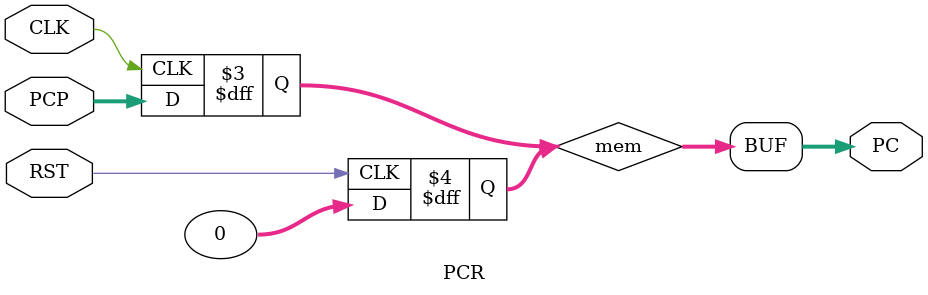
<source format=v>
module PCR( input CLK,
            input RST,
            input [31:0] PCP,
            output wire [31:0] PC
    );
    
    reg [31:0] mem;
    
    // Asynchronous reset
    always @ (posedge RST)
        mem = 32'b00000000000000000000000000000000;
        
    // Synchronous read
    always @ (posedge CLK)
        mem = PCP;
    
    // Asynchronously drive PC output signal
    assign PC = mem;
        
endmodule

</source>
